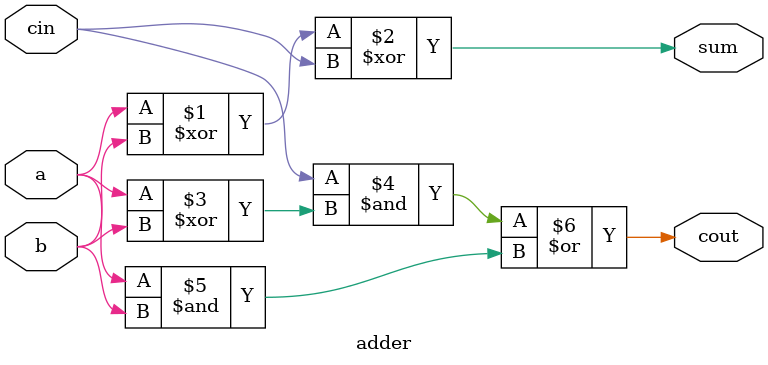
<source format=v>
module adder(
    input a,
    input b,
    input cin,
    output sum,
    output cout
);

assign sum = a ^ b ^ cin;
assign cout = cin & (a ^ b) | a & b;

endmodule


</source>
